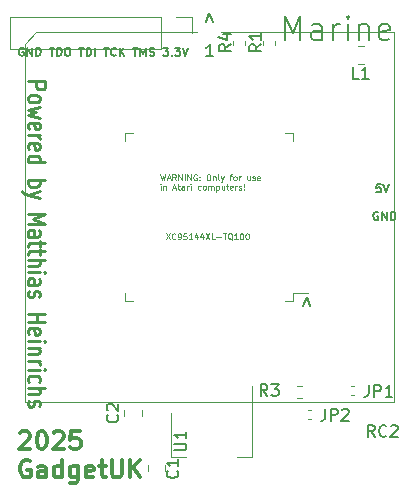
<source format=gbr>
%TF.GenerationSoftware,KiCad,Pcbnew,7.0.7*%
%TF.CreationDate,2025-08-27T15:09:01+01:00*%
%TF.ProjectId,Rosa,526f7361-2e6b-4696-9361-645f70636258,rev?*%
%TF.SameCoordinates,Original*%
%TF.FileFunction,Legend,Top*%
%TF.FilePolarity,Positive*%
%FSLAX46Y46*%
G04 Gerber Fmt 4.6, Leading zero omitted, Abs format (unit mm)*
G04 Created by KiCad (PCBNEW 7.0.7) date 2025-08-27 15:09:01*
%MOMM*%
%LPD*%
G01*
G04 APERTURE LIST*
%ADD10C,0.150000*%
%ADD11C,0.175000*%
%ADD12C,0.125000*%
%ADD13C,0.250000*%
%ADD14C,0.300000*%
%ADD15C,0.120000*%
G04 APERTURE END LIST*
D10*
X20304047Y-3486284D02*
X20018333Y-2724379D01*
X20018333Y-2724379D02*
X19732619Y-3486284D01*
D11*
X34524131Y-17213833D02*
X34190797Y-17213833D01*
X34190797Y-17213833D02*
X34157464Y-17547166D01*
X34157464Y-17547166D02*
X34190797Y-17513833D01*
X34190797Y-17513833D02*
X34257464Y-17480500D01*
X34257464Y-17480500D02*
X34424131Y-17480500D01*
X34424131Y-17480500D02*
X34490797Y-17513833D01*
X34490797Y-17513833D02*
X34524131Y-17547166D01*
X34524131Y-17547166D02*
X34557464Y-17613833D01*
X34557464Y-17613833D02*
X34557464Y-17780500D01*
X34557464Y-17780500D02*
X34524131Y-17847166D01*
X34524131Y-17847166D02*
X34490797Y-17880500D01*
X34490797Y-17880500D02*
X34424131Y-17913833D01*
X34424131Y-17913833D02*
X34257464Y-17913833D01*
X34257464Y-17913833D02*
X34190797Y-17880500D01*
X34190797Y-17880500D02*
X34157464Y-17847166D01*
X34757464Y-17213833D02*
X34990798Y-17913833D01*
X34990798Y-17913833D02*
X35224131Y-17213833D01*
D10*
X28554847Y-27511684D02*
X28269133Y-26749779D01*
X28269133Y-26749779D02*
X27983419Y-27511684D01*
D11*
X34303464Y-19583966D02*
X34236797Y-19550633D01*
X34236797Y-19550633D02*
X34136797Y-19550633D01*
X34136797Y-19550633D02*
X34036797Y-19583966D01*
X34036797Y-19583966D02*
X33970131Y-19650633D01*
X33970131Y-19650633D02*
X33936797Y-19717300D01*
X33936797Y-19717300D02*
X33903464Y-19850633D01*
X33903464Y-19850633D02*
X33903464Y-19950633D01*
X33903464Y-19950633D02*
X33936797Y-20083966D01*
X33936797Y-20083966D02*
X33970131Y-20150633D01*
X33970131Y-20150633D02*
X34036797Y-20217300D01*
X34036797Y-20217300D02*
X34136797Y-20250633D01*
X34136797Y-20250633D02*
X34203464Y-20250633D01*
X34203464Y-20250633D02*
X34303464Y-20217300D01*
X34303464Y-20217300D02*
X34336797Y-20183966D01*
X34336797Y-20183966D02*
X34336797Y-19950633D01*
X34336797Y-19950633D02*
X34203464Y-19950633D01*
X34636797Y-20250633D02*
X34636797Y-19550633D01*
X34636797Y-19550633D02*
X35036797Y-20250633D01*
X35036797Y-20250633D02*
X35036797Y-19550633D01*
X35370130Y-20250633D02*
X35370130Y-19550633D01*
X35370130Y-19550633D02*
X35536797Y-19550633D01*
X35536797Y-19550633D02*
X35636797Y-19583966D01*
X35636797Y-19583966D02*
X35703464Y-19650633D01*
X35703464Y-19650633D02*
X35736797Y-19717300D01*
X35736797Y-19717300D02*
X35770130Y-19850633D01*
X35770130Y-19850633D02*
X35770130Y-19950633D01*
X35770130Y-19950633D02*
X35736797Y-20083966D01*
X35736797Y-20083966D02*
X35703464Y-20150633D01*
X35703464Y-20150633D02*
X35636797Y-20217300D01*
X35636797Y-20217300D02*
X35536797Y-20250633D01*
X35536797Y-20250633D02*
X35370130Y-20250633D01*
D10*
X34004333Y-38631019D02*
X33671000Y-38154828D01*
X33432905Y-38631019D02*
X33432905Y-37631019D01*
X33432905Y-37631019D02*
X33813857Y-37631019D01*
X33813857Y-37631019D02*
X33909095Y-37678638D01*
X33909095Y-37678638D02*
X33956714Y-37726257D01*
X33956714Y-37726257D02*
X34004333Y-37821495D01*
X34004333Y-37821495D02*
X34004333Y-37964352D01*
X34004333Y-37964352D02*
X33956714Y-38059590D01*
X33956714Y-38059590D02*
X33909095Y-38107209D01*
X33909095Y-38107209D02*
X33813857Y-38154828D01*
X33813857Y-38154828D02*
X33432905Y-38154828D01*
X35004333Y-38535780D02*
X34956714Y-38583400D01*
X34956714Y-38583400D02*
X34813857Y-38631019D01*
X34813857Y-38631019D02*
X34718619Y-38631019D01*
X34718619Y-38631019D02*
X34575762Y-38583400D01*
X34575762Y-38583400D02*
X34480524Y-38488161D01*
X34480524Y-38488161D02*
X34432905Y-38392923D01*
X34432905Y-38392923D02*
X34385286Y-38202447D01*
X34385286Y-38202447D02*
X34385286Y-38059590D01*
X34385286Y-38059590D02*
X34432905Y-37869114D01*
X34432905Y-37869114D02*
X34480524Y-37773876D01*
X34480524Y-37773876D02*
X34575762Y-37678638D01*
X34575762Y-37678638D02*
X34718619Y-37631019D01*
X34718619Y-37631019D02*
X34813857Y-37631019D01*
X34813857Y-37631019D02*
X34956714Y-37678638D01*
X34956714Y-37678638D02*
X35004333Y-37726257D01*
X35385286Y-37726257D02*
X35432905Y-37678638D01*
X35432905Y-37678638D02*
X35528143Y-37631019D01*
X35528143Y-37631019D02*
X35766238Y-37631019D01*
X35766238Y-37631019D02*
X35861476Y-37678638D01*
X35861476Y-37678638D02*
X35909095Y-37726257D01*
X35909095Y-37726257D02*
X35956714Y-37821495D01*
X35956714Y-37821495D02*
X35956714Y-37916733D01*
X35956714Y-37916733D02*
X35909095Y-38059590D01*
X35909095Y-38059590D02*
X35337667Y-38631019D01*
X35337667Y-38631019D02*
X35956714Y-38631019D01*
D12*
X16338992Y-21377909D02*
X16672325Y-21877909D01*
X16672325Y-21377909D02*
X16338992Y-21877909D01*
X17148515Y-21830290D02*
X17124706Y-21854100D01*
X17124706Y-21854100D02*
X17053277Y-21877909D01*
X17053277Y-21877909D02*
X17005658Y-21877909D01*
X17005658Y-21877909D02*
X16934230Y-21854100D01*
X16934230Y-21854100D02*
X16886611Y-21806480D01*
X16886611Y-21806480D02*
X16862801Y-21758861D01*
X16862801Y-21758861D02*
X16838992Y-21663623D01*
X16838992Y-21663623D02*
X16838992Y-21592195D01*
X16838992Y-21592195D02*
X16862801Y-21496957D01*
X16862801Y-21496957D02*
X16886611Y-21449338D01*
X16886611Y-21449338D02*
X16934230Y-21401719D01*
X16934230Y-21401719D02*
X17005658Y-21377909D01*
X17005658Y-21377909D02*
X17053277Y-21377909D01*
X17053277Y-21377909D02*
X17124706Y-21401719D01*
X17124706Y-21401719D02*
X17148515Y-21425528D01*
X17386611Y-21877909D02*
X17481849Y-21877909D01*
X17481849Y-21877909D02*
X17529468Y-21854100D01*
X17529468Y-21854100D02*
X17553277Y-21830290D01*
X17553277Y-21830290D02*
X17600896Y-21758861D01*
X17600896Y-21758861D02*
X17624706Y-21663623D01*
X17624706Y-21663623D02*
X17624706Y-21473147D01*
X17624706Y-21473147D02*
X17600896Y-21425528D01*
X17600896Y-21425528D02*
X17577087Y-21401719D01*
X17577087Y-21401719D02*
X17529468Y-21377909D01*
X17529468Y-21377909D02*
X17434230Y-21377909D01*
X17434230Y-21377909D02*
X17386611Y-21401719D01*
X17386611Y-21401719D02*
X17362801Y-21425528D01*
X17362801Y-21425528D02*
X17338992Y-21473147D01*
X17338992Y-21473147D02*
X17338992Y-21592195D01*
X17338992Y-21592195D02*
X17362801Y-21639814D01*
X17362801Y-21639814D02*
X17386611Y-21663623D01*
X17386611Y-21663623D02*
X17434230Y-21687433D01*
X17434230Y-21687433D02*
X17529468Y-21687433D01*
X17529468Y-21687433D02*
X17577087Y-21663623D01*
X17577087Y-21663623D02*
X17600896Y-21639814D01*
X17600896Y-21639814D02*
X17624706Y-21592195D01*
X18077086Y-21377909D02*
X17838991Y-21377909D01*
X17838991Y-21377909D02*
X17815182Y-21616004D01*
X17815182Y-21616004D02*
X17838991Y-21592195D01*
X17838991Y-21592195D02*
X17886610Y-21568385D01*
X17886610Y-21568385D02*
X18005658Y-21568385D01*
X18005658Y-21568385D02*
X18053277Y-21592195D01*
X18053277Y-21592195D02*
X18077086Y-21616004D01*
X18077086Y-21616004D02*
X18100896Y-21663623D01*
X18100896Y-21663623D02*
X18100896Y-21782671D01*
X18100896Y-21782671D02*
X18077086Y-21830290D01*
X18077086Y-21830290D02*
X18053277Y-21854100D01*
X18053277Y-21854100D02*
X18005658Y-21877909D01*
X18005658Y-21877909D02*
X17886610Y-21877909D01*
X17886610Y-21877909D02*
X17838991Y-21854100D01*
X17838991Y-21854100D02*
X17815182Y-21830290D01*
X18577086Y-21877909D02*
X18291372Y-21877909D01*
X18434229Y-21877909D02*
X18434229Y-21377909D01*
X18434229Y-21377909D02*
X18386610Y-21449338D01*
X18386610Y-21449338D02*
X18338991Y-21496957D01*
X18338991Y-21496957D02*
X18291372Y-21520766D01*
X19005657Y-21544576D02*
X19005657Y-21877909D01*
X18886609Y-21354100D02*
X18767562Y-21711242D01*
X18767562Y-21711242D02*
X19077085Y-21711242D01*
X19481847Y-21544576D02*
X19481847Y-21877909D01*
X19362799Y-21354100D02*
X19243752Y-21711242D01*
X19243752Y-21711242D02*
X19553275Y-21711242D01*
X19696132Y-21377909D02*
X20029465Y-21877909D01*
X20029465Y-21377909D02*
X19696132Y-21877909D01*
X20458036Y-21877909D02*
X20219941Y-21877909D01*
X20219941Y-21877909D02*
X20219941Y-21377909D01*
X20624703Y-21687433D02*
X21005656Y-21687433D01*
X21172323Y-21377909D02*
X21458037Y-21377909D01*
X21315180Y-21877909D02*
X21315180Y-21377909D01*
X21958036Y-21925528D02*
X21910417Y-21901719D01*
X21910417Y-21901719D02*
X21862798Y-21854100D01*
X21862798Y-21854100D02*
X21791370Y-21782671D01*
X21791370Y-21782671D02*
X21743751Y-21758861D01*
X21743751Y-21758861D02*
X21696132Y-21758861D01*
X21719941Y-21877909D02*
X21672322Y-21854100D01*
X21672322Y-21854100D02*
X21624703Y-21806480D01*
X21624703Y-21806480D02*
X21600894Y-21711242D01*
X21600894Y-21711242D02*
X21600894Y-21544576D01*
X21600894Y-21544576D02*
X21624703Y-21449338D01*
X21624703Y-21449338D02*
X21672322Y-21401719D01*
X21672322Y-21401719D02*
X21719941Y-21377909D01*
X21719941Y-21377909D02*
X21815179Y-21377909D01*
X21815179Y-21377909D02*
X21862798Y-21401719D01*
X21862798Y-21401719D02*
X21910417Y-21449338D01*
X21910417Y-21449338D02*
X21934227Y-21544576D01*
X21934227Y-21544576D02*
X21934227Y-21711242D01*
X21934227Y-21711242D02*
X21910417Y-21806480D01*
X21910417Y-21806480D02*
X21862798Y-21854100D01*
X21862798Y-21854100D02*
X21815179Y-21877909D01*
X21815179Y-21877909D02*
X21719941Y-21877909D01*
X22410418Y-21877909D02*
X22124704Y-21877909D01*
X22267561Y-21877909D02*
X22267561Y-21377909D01*
X22267561Y-21377909D02*
X22219942Y-21449338D01*
X22219942Y-21449338D02*
X22172323Y-21496957D01*
X22172323Y-21496957D02*
X22124704Y-21520766D01*
X22719941Y-21377909D02*
X22767560Y-21377909D01*
X22767560Y-21377909D02*
X22815179Y-21401719D01*
X22815179Y-21401719D02*
X22838989Y-21425528D01*
X22838989Y-21425528D02*
X22862798Y-21473147D01*
X22862798Y-21473147D02*
X22886608Y-21568385D01*
X22886608Y-21568385D02*
X22886608Y-21687433D01*
X22886608Y-21687433D02*
X22862798Y-21782671D01*
X22862798Y-21782671D02*
X22838989Y-21830290D01*
X22838989Y-21830290D02*
X22815179Y-21854100D01*
X22815179Y-21854100D02*
X22767560Y-21877909D01*
X22767560Y-21877909D02*
X22719941Y-21877909D01*
X22719941Y-21877909D02*
X22672322Y-21854100D01*
X22672322Y-21854100D02*
X22648513Y-21830290D01*
X22648513Y-21830290D02*
X22624703Y-21782671D01*
X22624703Y-21782671D02*
X22600894Y-21687433D01*
X22600894Y-21687433D02*
X22600894Y-21568385D01*
X22600894Y-21568385D02*
X22624703Y-21473147D01*
X22624703Y-21473147D02*
X22648513Y-21425528D01*
X22648513Y-21425528D02*
X22672322Y-21401719D01*
X22672322Y-21401719D02*
X22719941Y-21377909D01*
X23196131Y-21377909D02*
X23243750Y-21377909D01*
X23243750Y-21377909D02*
X23291369Y-21401719D01*
X23291369Y-21401719D02*
X23315179Y-21425528D01*
X23315179Y-21425528D02*
X23338988Y-21473147D01*
X23338988Y-21473147D02*
X23362798Y-21568385D01*
X23362798Y-21568385D02*
X23362798Y-21687433D01*
X23362798Y-21687433D02*
X23338988Y-21782671D01*
X23338988Y-21782671D02*
X23315179Y-21830290D01*
X23315179Y-21830290D02*
X23291369Y-21854100D01*
X23291369Y-21854100D02*
X23243750Y-21877909D01*
X23243750Y-21877909D02*
X23196131Y-21877909D01*
X23196131Y-21877909D02*
X23148512Y-21854100D01*
X23148512Y-21854100D02*
X23124703Y-21830290D01*
X23124703Y-21830290D02*
X23100893Y-21782671D01*
X23100893Y-21782671D02*
X23077084Y-21687433D01*
X23077084Y-21687433D02*
X23077084Y-21568385D01*
X23077084Y-21568385D02*
X23100893Y-21473147D01*
X23100893Y-21473147D02*
X23124703Y-21425528D01*
X23124703Y-21425528D02*
X23148512Y-21401719D01*
X23148512Y-21401719D02*
X23196131Y-21377909D01*
D10*
X20330188Y-6385419D02*
X19758760Y-6385419D01*
X20044474Y-6385419D02*
X20044474Y-5385419D01*
X20044474Y-5385419D02*
X19949236Y-5528276D01*
X19949236Y-5528276D02*
X19853998Y-5623514D01*
X19853998Y-5623514D02*
X19758760Y-5671133D01*
D12*
X15850864Y-16381909D02*
X15969912Y-16881909D01*
X15969912Y-16881909D02*
X16065150Y-16524766D01*
X16065150Y-16524766D02*
X16160388Y-16881909D01*
X16160388Y-16881909D02*
X16279436Y-16381909D01*
X16446103Y-16739052D02*
X16684198Y-16739052D01*
X16398484Y-16881909D02*
X16565150Y-16381909D01*
X16565150Y-16381909D02*
X16731817Y-16881909D01*
X17184197Y-16881909D02*
X17017531Y-16643814D01*
X16898483Y-16881909D02*
X16898483Y-16381909D01*
X16898483Y-16381909D02*
X17088959Y-16381909D01*
X17088959Y-16381909D02*
X17136578Y-16405719D01*
X17136578Y-16405719D02*
X17160388Y-16429528D01*
X17160388Y-16429528D02*
X17184197Y-16477147D01*
X17184197Y-16477147D02*
X17184197Y-16548576D01*
X17184197Y-16548576D02*
X17160388Y-16596195D01*
X17160388Y-16596195D02*
X17136578Y-16620004D01*
X17136578Y-16620004D02*
X17088959Y-16643814D01*
X17088959Y-16643814D02*
X16898483Y-16643814D01*
X17398483Y-16881909D02*
X17398483Y-16381909D01*
X17398483Y-16381909D02*
X17684197Y-16881909D01*
X17684197Y-16881909D02*
X17684197Y-16381909D01*
X17922293Y-16881909D02*
X17922293Y-16381909D01*
X18160388Y-16881909D02*
X18160388Y-16381909D01*
X18160388Y-16381909D02*
X18446102Y-16881909D01*
X18446102Y-16881909D02*
X18446102Y-16381909D01*
X18946103Y-16405719D02*
X18898484Y-16381909D01*
X18898484Y-16381909D02*
X18827055Y-16381909D01*
X18827055Y-16381909D02*
X18755627Y-16405719D01*
X18755627Y-16405719D02*
X18708008Y-16453338D01*
X18708008Y-16453338D02*
X18684198Y-16500957D01*
X18684198Y-16500957D02*
X18660389Y-16596195D01*
X18660389Y-16596195D02*
X18660389Y-16667623D01*
X18660389Y-16667623D02*
X18684198Y-16762861D01*
X18684198Y-16762861D02*
X18708008Y-16810480D01*
X18708008Y-16810480D02*
X18755627Y-16858100D01*
X18755627Y-16858100D02*
X18827055Y-16881909D01*
X18827055Y-16881909D02*
X18874674Y-16881909D01*
X18874674Y-16881909D02*
X18946103Y-16858100D01*
X18946103Y-16858100D02*
X18969912Y-16834290D01*
X18969912Y-16834290D02*
X18969912Y-16667623D01*
X18969912Y-16667623D02*
X18874674Y-16667623D01*
X19184198Y-16834290D02*
X19208008Y-16858100D01*
X19208008Y-16858100D02*
X19184198Y-16881909D01*
X19184198Y-16881909D02*
X19160389Y-16858100D01*
X19160389Y-16858100D02*
X19184198Y-16834290D01*
X19184198Y-16834290D02*
X19184198Y-16881909D01*
X19184198Y-16572385D02*
X19208008Y-16596195D01*
X19208008Y-16596195D02*
X19184198Y-16620004D01*
X19184198Y-16620004D02*
X19160389Y-16596195D01*
X19160389Y-16596195D02*
X19184198Y-16572385D01*
X19184198Y-16572385D02*
X19184198Y-16620004D01*
X19898483Y-16381909D02*
X19993721Y-16381909D01*
X19993721Y-16381909D02*
X20041340Y-16405719D01*
X20041340Y-16405719D02*
X20088959Y-16453338D01*
X20088959Y-16453338D02*
X20112769Y-16548576D01*
X20112769Y-16548576D02*
X20112769Y-16715242D01*
X20112769Y-16715242D02*
X20088959Y-16810480D01*
X20088959Y-16810480D02*
X20041340Y-16858100D01*
X20041340Y-16858100D02*
X19993721Y-16881909D01*
X19993721Y-16881909D02*
X19898483Y-16881909D01*
X19898483Y-16881909D02*
X19850864Y-16858100D01*
X19850864Y-16858100D02*
X19803245Y-16810480D01*
X19803245Y-16810480D02*
X19779436Y-16715242D01*
X19779436Y-16715242D02*
X19779436Y-16548576D01*
X19779436Y-16548576D02*
X19803245Y-16453338D01*
X19803245Y-16453338D02*
X19850864Y-16405719D01*
X19850864Y-16405719D02*
X19898483Y-16381909D01*
X20327055Y-16548576D02*
X20327055Y-16881909D01*
X20327055Y-16596195D02*
X20350865Y-16572385D01*
X20350865Y-16572385D02*
X20398484Y-16548576D01*
X20398484Y-16548576D02*
X20469912Y-16548576D01*
X20469912Y-16548576D02*
X20517531Y-16572385D01*
X20517531Y-16572385D02*
X20541341Y-16620004D01*
X20541341Y-16620004D02*
X20541341Y-16881909D01*
X20850865Y-16881909D02*
X20803246Y-16858100D01*
X20803246Y-16858100D02*
X20779436Y-16810480D01*
X20779436Y-16810480D02*
X20779436Y-16381909D01*
X20993722Y-16548576D02*
X21112770Y-16881909D01*
X21231817Y-16548576D02*
X21112770Y-16881909D01*
X21112770Y-16881909D02*
X21065151Y-17000957D01*
X21065151Y-17000957D02*
X21041341Y-17024766D01*
X21041341Y-17024766D02*
X20993722Y-17048576D01*
X21731817Y-16548576D02*
X21922293Y-16548576D01*
X21803245Y-16881909D02*
X21803245Y-16453338D01*
X21803245Y-16453338D02*
X21827055Y-16405719D01*
X21827055Y-16405719D02*
X21874674Y-16381909D01*
X21874674Y-16381909D02*
X21922293Y-16381909D01*
X22160388Y-16881909D02*
X22112769Y-16858100D01*
X22112769Y-16858100D02*
X22088959Y-16834290D01*
X22088959Y-16834290D02*
X22065150Y-16786671D01*
X22065150Y-16786671D02*
X22065150Y-16643814D01*
X22065150Y-16643814D02*
X22088959Y-16596195D01*
X22088959Y-16596195D02*
X22112769Y-16572385D01*
X22112769Y-16572385D02*
X22160388Y-16548576D01*
X22160388Y-16548576D02*
X22231816Y-16548576D01*
X22231816Y-16548576D02*
X22279435Y-16572385D01*
X22279435Y-16572385D02*
X22303245Y-16596195D01*
X22303245Y-16596195D02*
X22327054Y-16643814D01*
X22327054Y-16643814D02*
X22327054Y-16786671D01*
X22327054Y-16786671D02*
X22303245Y-16834290D01*
X22303245Y-16834290D02*
X22279435Y-16858100D01*
X22279435Y-16858100D02*
X22231816Y-16881909D01*
X22231816Y-16881909D02*
X22160388Y-16881909D01*
X22541340Y-16881909D02*
X22541340Y-16548576D01*
X22541340Y-16643814D02*
X22565150Y-16596195D01*
X22565150Y-16596195D02*
X22588959Y-16572385D01*
X22588959Y-16572385D02*
X22636578Y-16548576D01*
X22636578Y-16548576D02*
X22684197Y-16548576D01*
X23446102Y-16548576D02*
X23446102Y-16881909D01*
X23231816Y-16548576D02*
X23231816Y-16810480D01*
X23231816Y-16810480D02*
X23255626Y-16858100D01*
X23255626Y-16858100D02*
X23303245Y-16881909D01*
X23303245Y-16881909D02*
X23374673Y-16881909D01*
X23374673Y-16881909D02*
X23422292Y-16858100D01*
X23422292Y-16858100D02*
X23446102Y-16834290D01*
X23660388Y-16858100D02*
X23708007Y-16881909D01*
X23708007Y-16881909D02*
X23803245Y-16881909D01*
X23803245Y-16881909D02*
X23850864Y-16858100D01*
X23850864Y-16858100D02*
X23874673Y-16810480D01*
X23874673Y-16810480D02*
X23874673Y-16786671D01*
X23874673Y-16786671D02*
X23850864Y-16739052D01*
X23850864Y-16739052D02*
X23803245Y-16715242D01*
X23803245Y-16715242D02*
X23731816Y-16715242D01*
X23731816Y-16715242D02*
X23684197Y-16691433D01*
X23684197Y-16691433D02*
X23660388Y-16643814D01*
X23660388Y-16643814D02*
X23660388Y-16620004D01*
X23660388Y-16620004D02*
X23684197Y-16572385D01*
X23684197Y-16572385D02*
X23731816Y-16548576D01*
X23731816Y-16548576D02*
X23803245Y-16548576D01*
X23803245Y-16548576D02*
X23850864Y-16572385D01*
X24279435Y-16858100D02*
X24231816Y-16881909D01*
X24231816Y-16881909D02*
X24136578Y-16881909D01*
X24136578Y-16881909D02*
X24088959Y-16858100D01*
X24088959Y-16858100D02*
X24065150Y-16810480D01*
X24065150Y-16810480D02*
X24065150Y-16620004D01*
X24065150Y-16620004D02*
X24088959Y-16572385D01*
X24088959Y-16572385D02*
X24136578Y-16548576D01*
X24136578Y-16548576D02*
X24231816Y-16548576D01*
X24231816Y-16548576D02*
X24279435Y-16572385D01*
X24279435Y-16572385D02*
X24303245Y-16620004D01*
X24303245Y-16620004D02*
X24303245Y-16667623D01*
X24303245Y-16667623D02*
X24065150Y-16715242D01*
X15898483Y-17686909D02*
X15898483Y-17353576D01*
X15898483Y-17186909D02*
X15874674Y-17210719D01*
X15874674Y-17210719D02*
X15898483Y-17234528D01*
X15898483Y-17234528D02*
X15922293Y-17210719D01*
X15922293Y-17210719D02*
X15898483Y-17186909D01*
X15898483Y-17186909D02*
X15898483Y-17234528D01*
X16136578Y-17353576D02*
X16136578Y-17686909D01*
X16136578Y-17401195D02*
X16160388Y-17377385D01*
X16160388Y-17377385D02*
X16208007Y-17353576D01*
X16208007Y-17353576D02*
X16279435Y-17353576D01*
X16279435Y-17353576D02*
X16327054Y-17377385D01*
X16327054Y-17377385D02*
X16350864Y-17425004D01*
X16350864Y-17425004D02*
X16350864Y-17686909D01*
X16946102Y-17544052D02*
X17184197Y-17544052D01*
X16898483Y-17686909D02*
X17065149Y-17186909D01*
X17065149Y-17186909D02*
X17231816Y-17686909D01*
X17327054Y-17353576D02*
X17517530Y-17353576D01*
X17398482Y-17186909D02*
X17398482Y-17615480D01*
X17398482Y-17615480D02*
X17422292Y-17663100D01*
X17422292Y-17663100D02*
X17469911Y-17686909D01*
X17469911Y-17686909D02*
X17517530Y-17686909D01*
X17898482Y-17686909D02*
X17898482Y-17425004D01*
X17898482Y-17425004D02*
X17874672Y-17377385D01*
X17874672Y-17377385D02*
X17827053Y-17353576D01*
X17827053Y-17353576D02*
X17731815Y-17353576D01*
X17731815Y-17353576D02*
X17684196Y-17377385D01*
X17898482Y-17663100D02*
X17850863Y-17686909D01*
X17850863Y-17686909D02*
X17731815Y-17686909D01*
X17731815Y-17686909D02*
X17684196Y-17663100D01*
X17684196Y-17663100D02*
X17660387Y-17615480D01*
X17660387Y-17615480D02*
X17660387Y-17567861D01*
X17660387Y-17567861D02*
X17684196Y-17520242D01*
X17684196Y-17520242D02*
X17731815Y-17496433D01*
X17731815Y-17496433D02*
X17850863Y-17496433D01*
X17850863Y-17496433D02*
X17898482Y-17472623D01*
X18136577Y-17686909D02*
X18136577Y-17353576D01*
X18136577Y-17448814D02*
X18160387Y-17401195D01*
X18160387Y-17401195D02*
X18184196Y-17377385D01*
X18184196Y-17377385D02*
X18231815Y-17353576D01*
X18231815Y-17353576D02*
X18279434Y-17353576D01*
X18446101Y-17686909D02*
X18446101Y-17353576D01*
X18446101Y-17186909D02*
X18422292Y-17210719D01*
X18422292Y-17210719D02*
X18446101Y-17234528D01*
X18446101Y-17234528D02*
X18469911Y-17210719D01*
X18469911Y-17210719D02*
X18446101Y-17186909D01*
X18446101Y-17186909D02*
X18446101Y-17234528D01*
X19279434Y-17663100D02*
X19231815Y-17686909D01*
X19231815Y-17686909D02*
X19136577Y-17686909D01*
X19136577Y-17686909D02*
X19088958Y-17663100D01*
X19088958Y-17663100D02*
X19065148Y-17639290D01*
X19065148Y-17639290D02*
X19041339Y-17591671D01*
X19041339Y-17591671D02*
X19041339Y-17448814D01*
X19041339Y-17448814D02*
X19065148Y-17401195D01*
X19065148Y-17401195D02*
X19088958Y-17377385D01*
X19088958Y-17377385D02*
X19136577Y-17353576D01*
X19136577Y-17353576D02*
X19231815Y-17353576D01*
X19231815Y-17353576D02*
X19279434Y-17377385D01*
X19565148Y-17686909D02*
X19517529Y-17663100D01*
X19517529Y-17663100D02*
X19493719Y-17639290D01*
X19493719Y-17639290D02*
X19469910Y-17591671D01*
X19469910Y-17591671D02*
X19469910Y-17448814D01*
X19469910Y-17448814D02*
X19493719Y-17401195D01*
X19493719Y-17401195D02*
X19517529Y-17377385D01*
X19517529Y-17377385D02*
X19565148Y-17353576D01*
X19565148Y-17353576D02*
X19636576Y-17353576D01*
X19636576Y-17353576D02*
X19684195Y-17377385D01*
X19684195Y-17377385D02*
X19708005Y-17401195D01*
X19708005Y-17401195D02*
X19731814Y-17448814D01*
X19731814Y-17448814D02*
X19731814Y-17591671D01*
X19731814Y-17591671D02*
X19708005Y-17639290D01*
X19708005Y-17639290D02*
X19684195Y-17663100D01*
X19684195Y-17663100D02*
X19636576Y-17686909D01*
X19636576Y-17686909D02*
X19565148Y-17686909D01*
X19946100Y-17686909D02*
X19946100Y-17353576D01*
X19946100Y-17401195D02*
X19969910Y-17377385D01*
X19969910Y-17377385D02*
X20017529Y-17353576D01*
X20017529Y-17353576D02*
X20088957Y-17353576D01*
X20088957Y-17353576D02*
X20136576Y-17377385D01*
X20136576Y-17377385D02*
X20160386Y-17425004D01*
X20160386Y-17425004D02*
X20160386Y-17686909D01*
X20160386Y-17425004D02*
X20184195Y-17377385D01*
X20184195Y-17377385D02*
X20231814Y-17353576D01*
X20231814Y-17353576D02*
X20303243Y-17353576D01*
X20303243Y-17353576D02*
X20350862Y-17377385D01*
X20350862Y-17377385D02*
X20374672Y-17425004D01*
X20374672Y-17425004D02*
X20374672Y-17686909D01*
X20612767Y-17353576D02*
X20612767Y-17853576D01*
X20612767Y-17377385D02*
X20660386Y-17353576D01*
X20660386Y-17353576D02*
X20755624Y-17353576D01*
X20755624Y-17353576D02*
X20803243Y-17377385D01*
X20803243Y-17377385D02*
X20827053Y-17401195D01*
X20827053Y-17401195D02*
X20850862Y-17448814D01*
X20850862Y-17448814D02*
X20850862Y-17591671D01*
X20850862Y-17591671D02*
X20827053Y-17639290D01*
X20827053Y-17639290D02*
X20803243Y-17663100D01*
X20803243Y-17663100D02*
X20755624Y-17686909D01*
X20755624Y-17686909D02*
X20660386Y-17686909D01*
X20660386Y-17686909D02*
X20612767Y-17663100D01*
X21279434Y-17353576D02*
X21279434Y-17686909D01*
X21065148Y-17353576D02*
X21065148Y-17615480D01*
X21065148Y-17615480D02*
X21088958Y-17663100D01*
X21088958Y-17663100D02*
X21136577Y-17686909D01*
X21136577Y-17686909D02*
X21208005Y-17686909D01*
X21208005Y-17686909D02*
X21255624Y-17663100D01*
X21255624Y-17663100D02*
X21279434Y-17639290D01*
X21446101Y-17353576D02*
X21636577Y-17353576D01*
X21517529Y-17186909D02*
X21517529Y-17615480D01*
X21517529Y-17615480D02*
X21541339Y-17663100D01*
X21541339Y-17663100D02*
X21588958Y-17686909D01*
X21588958Y-17686909D02*
X21636577Y-17686909D01*
X21993719Y-17663100D02*
X21946100Y-17686909D01*
X21946100Y-17686909D02*
X21850862Y-17686909D01*
X21850862Y-17686909D02*
X21803243Y-17663100D01*
X21803243Y-17663100D02*
X21779434Y-17615480D01*
X21779434Y-17615480D02*
X21779434Y-17425004D01*
X21779434Y-17425004D02*
X21803243Y-17377385D01*
X21803243Y-17377385D02*
X21850862Y-17353576D01*
X21850862Y-17353576D02*
X21946100Y-17353576D01*
X21946100Y-17353576D02*
X21993719Y-17377385D01*
X21993719Y-17377385D02*
X22017529Y-17425004D01*
X22017529Y-17425004D02*
X22017529Y-17472623D01*
X22017529Y-17472623D02*
X21779434Y-17520242D01*
X22231814Y-17686909D02*
X22231814Y-17353576D01*
X22231814Y-17448814D02*
X22255624Y-17401195D01*
X22255624Y-17401195D02*
X22279433Y-17377385D01*
X22279433Y-17377385D02*
X22327052Y-17353576D01*
X22327052Y-17353576D02*
X22374671Y-17353576D01*
X22517529Y-17663100D02*
X22565148Y-17686909D01*
X22565148Y-17686909D02*
X22660386Y-17686909D01*
X22660386Y-17686909D02*
X22708005Y-17663100D01*
X22708005Y-17663100D02*
X22731814Y-17615480D01*
X22731814Y-17615480D02*
X22731814Y-17591671D01*
X22731814Y-17591671D02*
X22708005Y-17544052D01*
X22708005Y-17544052D02*
X22660386Y-17520242D01*
X22660386Y-17520242D02*
X22588957Y-17520242D01*
X22588957Y-17520242D02*
X22541338Y-17496433D01*
X22541338Y-17496433D02*
X22517529Y-17448814D01*
X22517529Y-17448814D02*
X22517529Y-17425004D01*
X22517529Y-17425004D02*
X22541338Y-17377385D01*
X22541338Y-17377385D02*
X22588957Y-17353576D01*
X22588957Y-17353576D02*
X22660386Y-17353576D01*
X22660386Y-17353576D02*
X22708005Y-17377385D01*
X22946100Y-17639290D02*
X22969910Y-17663100D01*
X22969910Y-17663100D02*
X22946100Y-17686909D01*
X22946100Y-17686909D02*
X22922291Y-17663100D01*
X22922291Y-17663100D02*
X22946100Y-17639290D01*
X22946100Y-17639290D02*
X22946100Y-17686909D01*
X22946100Y-17496433D02*
X22922291Y-17210719D01*
X22922291Y-17210719D02*
X22946100Y-17186909D01*
X22946100Y-17186909D02*
X22969910Y-17210719D01*
X22969910Y-17210719D02*
X22946100Y-17496433D01*
X22946100Y-17496433D02*
X22946100Y-17186909D01*
D10*
X4289617Y-5691466D02*
X4222950Y-5658133D01*
X4222950Y-5658133D02*
X4122950Y-5658133D01*
X4122950Y-5658133D02*
X4022950Y-5691466D01*
X4022950Y-5691466D02*
X3956284Y-5758133D01*
X3956284Y-5758133D02*
X3922950Y-5824800D01*
X3922950Y-5824800D02*
X3889617Y-5958133D01*
X3889617Y-5958133D02*
X3889617Y-6058133D01*
X3889617Y-6058133D02*
X3922950Y-6191466D01*
X3922950Y-6191466D02*
X3956284Y-6258133D01*
X3956284Y-6258133D02*
X4022950Y-6324800D01*
X4022950Y-6324800D02*
X4122950Y-6358133D01*
X4122950Y-6358133D02*
X4189617Y-6358133D01*
X4189617Y-6358133D02*
X4289617Y-6324800D01*
X4289617Y-6324800D02*
X4322950Y-6291466D01*
X4322950Y-6291466D02*
X4322950Y-6058133D01*
X4322950Y-6058133D02*
X4189617Y-6058133D01*
X4622950Y-6358133D02*
X4622950Y-5658133D01*
X4622950Y-5658133D02*
X5022950Y-6358133D01*
X5022950Y-6358133D02*
X5022950Y-5658133D01*
X5356283Y-6358133D02*
X5356283Y-5658133D01*
X5356283Y-5658133D02*
X5522950Y-5658133D01*
X5522950Y-5658133D02*
X5622950Y-5691466D01*
X5622950Y-5691466D02*
X5689617Y-5758133D01*
X5689617Y-5758133D02*
X5722950Y-5824800D01*
X5722950Y-5824800D02*
X5756283Y-5958133D01*
X5756283Y-5958133D02*
X5756283Y-6058133D01*
X5756283Y-6058133D02*
X5722950Y-6191466D01*
X5722950Y-6191466D02*
X5689617Y-6258133D01*
X5689617Y-6258133D02*
X5622950Y-6324800D01*
X5622950Y-6324800D02*
X5522950Y-6358133D01*
X5522950Y-6358133D02*
X5356283Y-6358133D01*
X6489616Y-5658133D02*
X6889616Y-5658133D01*
X6689616Y-6358133D02*
X6689616Y-5658133D01*
X7122949Y-6358133D02*
X7122949Y-5658133D01*
X7122949Y-5658133D02*
X7289616Y-5658133D01*
X7289616Y-5658133D02*
X7389616Y-5691466D01*
X7389616Y-5691466D02*
X7456283Y-5758133D01*
X7456283Y-5758133D02*
X7489616Y-5824800D01*
X7489616Y-5824800D02*
X7522949Y-5958133D01*
X7522949Y-5958133D02*
X7522949Y-6058133D01*
X7522949Y-6058133D02*
X7489616Y-6191466D01*
X7489616Y-6191466D02*
X7456283Y-6258133D01*
X7456283Y-6258133D02*
X7389616Y-6324800D01*
X7389616Y-6324800D02*
X7289616Y-6358133D01*
X7289616Y-6358133D02*
X7122949Y-6358133D01*
X7956283Y-5658133D02*
X8089616Y-5658133D01*
X8089616Y-5658133D02*
X8156283Y-5691466D01*
X8156283Y-5691466D02*
X8222949Y-5758133D01*
X8222949Y-5758133D02*
X8256283Y-5891466D01*
X8256283Y-5891466D02*
X8256283Y-6124800D01*
X8256283Y-6124800D02*
X8222949Y-6258133D01*
X8222949Y-6258133D02*
X8156283Y-6324800D01*
X8156283Y-6324800D02*
X8089616Y-6358133D01*
X8089616Y-6358133D02*
X7956283Y-6358133D01*
X7956283Y-6358133D02*
X7889616Y-6324800D01*
X7889616Y-6324800D02*
X7822949Y-6258133D01*
X7822949Y-6258133D02*
X7789616Y-6124800D01*
X7789616Y-6124800D02*
X7789616Y-5891466D01*
X7789616Y-5891466D02*
X7822949Y-5758133D01*
X7822949Y-5758133D02*
X7889616Y-5691466D01*
X7889616Y-5691466D02*
X7956283Y-5658133D01*
X8989615Y-5658133D02*
X9389615Y-5658133D01*
X9189615Y-6358133D02*
X9189615Y-5658133D01*
X9622948Y-6358133D02*
X9622948Y-5658133D01*
X9622948Y-5658133D02*
X9789615Y-5658133D01*
X9789615Y-5658133D02*
X9889615Y-5691466D01*
X9889615Y-5691466D02*
X9956282Y-5758133D01*
X9956282Y-5758133D02*
X9989615Y-5824800D01*
X9989615Y-5824800D02*
X10022948Y-5958133D01*
X10022948Y-5958133D02*
X10022948Y-6058133D01*
X10022948Y-6058133D02*
X9989615Y-6191466D01*
X9989615Y-6191466D02*
X9956282Y-6258133D01*
X9956282Y-6258133D02*
X9889615Y-6324800D01*
X9889615Y-6324800D02*
X9789615Y-6358133D01*
X9789615Y-6358133D02*
X9622948Y-6358133D01*
X10322948Y-6358133D02*
X10322948Y-5658133D01*
X11089614Y-5658133D02*
X11489614Y-5658133D01*
X11289614Y-6358133D02*
X11289614Y-5658133D01*
X12122947Y-6291466D02*
X12089614Y-6324800D01*
X12089614Y-6324800D02*
X11989614Y-6358133D01*
X11989614Y-6358133D02*
X11922947Y-6358133D01*
X11922947Y-6358133D02*
X11822947Y-6324800D01*
X11822947Y-6324800D02*
X11756281Y-6258133D01*
X11756281Y-6258133D02*
X11722947Y-6191466D01*
X11722947Y-6191466D02*
X11689614Y-6058133D01*
X11689614Y-6058133D02*
X11689614Y-5958133D01*
X11689614Y-5958133D02*
X11722947Y-5824800D01*
X11722947Y-5824800D02*
X11756281Y-5758133D01*
X11756281Y-5758133D02*
X11822947Y-5691466D01*
X11822947Y-5691466D02*
X11922947Y-5658133D01*
X11922947Y-5658133D02*
X11989614Y-5658133D01*
X11989614Y-5658133D02*
X12089614Y-5691466D01*
X12089614Y-5691466D02*
X12122947Y-5724800D01*
X12422947Y-6358133D02*
X12422947Y-5658133D01*
X12822947Y-6358133D02*
X12522947Y-5958133D01*
X12822947Y-5658133D02*
X12422947Y-6058133D01*
X13556280Y-5658133D02*
X13956280Y-5658133D01*
X13756280Y-6358133D02*
X13756280Y-5658133D01*
X14189613Y-6358133D02*
X14189613Y-5658133D01*
X14189613Y-5658133D02*
X14422947Y-6158133D01*
X14422947Y-6158133D02*
X14656280Y-5658133D01*
X14656280Y-5658133D02*
X14656280Y-6358133D01*
X14956280Y-6324800D02*
X15056280Y-6358133D01*
X15056280Y-6358133D02*
X15222947Y-6358133D01*
X15222947Y-6358133D02*
X15289613Y-6324800D01*
X15289613Y-6324800D02*
X15322947Y-6291466D01*
X15322947Y-6291466D02*
X15356280Y-6224800D01*
X15356280Y-6224800D02*
X15356280Y-6158133D01*
X15356280Y-6158133D02*
X15322947Y-6091466D01*
X15322947Y-6091466D02*
X15289613Y-6058133D01*
X15289613Y-6058133D02*
X15222947Y-6024800D01*
X15222947Y-6024800D02*
X15089613Y-5991466D01*
X15089613Y-5991466D02*
X15022947Y-5958133D01*
X15022947Y-5958133D02*
X14989613Y-5924800D01*
X14989613Y-5924800D02*
X14956280Y-5858133D01*
X14956280Y-5858133D02*
X14956280Y-5791466D01*
X14956280Y-5791466D02*
X14989613Y-5724800D01*
X14989613Y-5724800D02*
X15022947Y-5691466D01*
X15022947Y-5691466D02*
X15089613Y-5658133D01*
X15089613Y-5658133D02*
X15256280Y-5658133D01*
X15256280Y-5658133D02*
X15356280Y-5691466D01*
X16122947Y-5658133D02*
X16556280Y-5658133D01*
X16556280Y-5658133D02*
X16322947Y-5924800D01*
X16322947Y-5924800D02*
X16422947Y-5924800D01*
X16422947Y-5924800D02*
X16489613Y-5958133D01*
X16489613Y-5958133D02*
X16522947Y-5991466D01*
X16522947Y-5991466D02*
X16556280Y-6058133D01*
X16556280Y-6058133D02*
X16556280Y-6224800D01*
X16556280Y-6224800D02*
X16522947Y-6291466D01*
X16522947Y-6291466D02*
X16489613Y-6324800D01*
X16489613Y-6324800D02*
X16422947Y-6358133D01*
X16422947Y-6358133D02*
X16222947Y-6358133D01*
X16222947Y-6358133D02*
X16156280Y-6324800D01*
X16156280Y-6324800D02*
X16122947Y-6291466D01*
X16856280Y-6291466D02*
X16889614Y-6324800D01*
X16889614Y-6324800D02*
X16856280Y-6358133D01*
X16856280Y-6358133D02*
X16822947Y-6324800D01*
X16822947Y-6324800D02*
X16856280Y-6291466D01*
X16856280Y-6291466D02*
X16856280Y-6358133D01*
X17122947Y-5658133D02*
X17556280Y-5658133D01*
X17556280Y-5658133D02*
X17322947Y-5924800D01*
X17322947Y-5924800D02*
X17422947Y-5924800D01*
X17422947Y-5924800D02*
X17489613Y-5958133D01*
X17489613Y-5958133D02*
X17522947Y-5991466D01*
X17522947Y-5991466D02*
X17556280Y-6058133D01*
X17556280Y-6058133D02*
X17556280Y-6224800D01*
X17556280Y-6224800D02*
X17522947Y-6291466D01*
X17522947Y-6291466D02*
X17489613Y-6324800D01*
X17489613Y-6324800D02*
X17422947Y-6358133D01*
X17422947Y-6358133D02*
X17222947Y-6358133D01*
X17222947Y-6358133D02*
X17156280Y-6324800D01*
X17156280Y-6324800D02*
X17122947Y-6291466D01*
X17756280Y-5658133D02*
X17989614Y-6358133D01*
X17989614Y-6358133D02*
X18222947Y-5658133D01*
D13*
X4641571Y-8513099D02*
X6141571Y-8513099D01*
X6141571Y-8513099D02*
X6141571Y-8970242D01*
X6141571Y-8970242D02*
X6070142Y-9084527D01*
X6070142Y-9084527D02*
X5998714Y-9141670D01*
X5998714Y-9141670D02*
X5855857Y-9198813D01*
X5855857Y-9198813D02*
X5641571Y-9198813D01*
X5641571Y-9198813D02*
X5498714Y-9141670D01*
X5498714Y-9141670D02*
X5427285Y-9084527D01*
X5427285Y-9084527D02*
X5355857Y-8970242D01*
X5355857Y-8970242D02*
X5355857Y-8513099D01*
X4641571Y-9884527D02*
X4713000Y-9770242D01*
X4713000Y-9770242D02*
X4784428Y-9713099D01*
X4784428Y-9713099D02*
X4927285Y-9655956D01*
X4927285Y-9655956D02*
X5355857Y-9655956D01*
X5355857Y-9655956D02*
X5498714Y-9713099D01*
X5498714Y-9713099D02*
X5570142Y-9770242D01*
X5570142Y-9770242D02*
X5641571Y-9884527D01*
X5641571Y-9884527D02*
X5641571Y-10055956D01*
X5641571Y-10055956D02*
X5570142Y-10170242D01*
X5570142Y-10170242D02*
X5498714Y-10227385D01*
X5498714Y-10227385D02*
X5355857Y-10284527D01*
X5355857Y-10284527D02*
X4927285Y-10284527D01*
X4927285Y-10284527D02*
X4784428Y-10227385D01*
X4784428Y-10227385D02*
X4713000Y-10170242D01*
X4713000Y-10170242D02*
X4641571Y-10055956D01*
X4641571Y-10055956D02*
X4641571Y-9884527D01*
X5641571Y-10684527D02*
X4641571Y-10913099D01*
X4641571Y-10913099D02*
X5355857Y-11141670D01*
X5355857Y-11141670D02*
X4641571Y-11370241D01*
X4641571Y-11370241D02*
X5641571Y-11598813D01*
X4713000Y-12513099D02*
X4641571Y-12398813D01*
X4641571Y-12398813D02*
X4641571Y-12170242D01*
X4641571Y-12170242D02*
X4713000Y-12055956D01*
X4713000Y-12055956D02*
X4855857Y-11998813D01*
X4855857Y-11998813D02*
X5427285Y-11998813D01*
X5427285Y-11998813D02*
X5570142Y-12055956D01*
X5570142Y-12055956D02*
X5641571Y-12170242D01*
X5641571Y-12170242D02*
X5641571Y-12398813D01*
X5641571Y-12398813D02*
X5570142Y-12513099D01*
X5570142Y-12513099D02*
X5427285Y-12570242D01*
X5427285Y-12570242D02*
X5284428Y-12570242D01*
X5284428Y-12570242D02*
X5141571Y-11998813D01*
X4641571Y-13084527D02*
X5641571Y-13084527D01*
X5355857Y-13084527D02*
X5498714Y-13141670D01*
X5498714Y-13141670D02*
X5570142Y-13198813D01*
X5570142Y-13198813D02*
X5641571Y-13313098D01*
X5641571Y-13313098D02*
X5641571Y-13427384D01*
X4713000Y-14284527D02*
X4641571Y-14170241D01*
X4641571Y-14170241D02*
X4641571Y-13941670D01*
X4641571Y-13941670D02*
X4713000Y-13827384D01*
X4713000Y-13827384D02*
X4855857Y-13770241D01*
X4855857Y-13770241D02*
X5427285Y-13770241D01*
X5427285Y-13770241D02*
X5570142Y-13827384D01*
X5570142Y-13827384D02*
X5641571Y-13941670D01*
X5641571Y-13941670D02*
X5641571Y-14170241D01*
X5641571Y-14170241D02*
X5570142Y-14284527D01*
X5570142Y-14284527D02*
X5427285Y-14341670D01*
X5427285Y-14341670D02*
X5284428Y-14341670D01*
X5284428Y-14341670D02*
X5141571Y-13770241D01*
X4641571Y-15370241D02*
X6141571Y-15370241D01*
X4713000Y-15370241D02*
X4641571Y-15255955D01*
X4641571Y-15255955D02*
X4641571Y-15027383D01*
X4641571Y-15027383D02*
X4713000Y-14913098D01*
X4713000Y-14913098D02*
X4784428Y-14855955D01*
X4784428Y-14855955D02*
X4927285Y-14798812D01*
X4927285Y-14798812D02*
X5355857Y-14798812D01*
X5355857Y-14798812D02*
X5498714Y-14855955D01*
X5498714Y-14855955D02*
X5570142Y-14913098D01*
X5570142Y-14913098D02*
X5641571Y-15027383D01*
X5641571Y-15027383D02*
X5641571Y-15255955D01*
X5641571Y-15255955D02*
X5570142Y-15370241D01*
X4641571Y-16855955D02*
X6141571Y-16855955D01*
X5570142Y-16855955D02*
X5641571Y-16970241D01*
X5641571Y-16970241D02*
X5641571Y-17198812D01*
X5641571Y-17198812D02*
X5570142Y-17313098D01*
X5570142Y-17313098D02*
X5498714Y-17370241D01*
X5498714Y-17370241D02*
X5355857Y-17427383D01*
X5355857Y-17427383D02*
X4927285Y-17427383D01*
X4927285Y-17427383D02*
X4784428Y-17370241D01*
X4784428Y-17370241D02*
X4713000Y-17313098D01*
X4713000Y-17313098D02*
X4641571Y-17198812D01*
X4641571Y-17198812D02*
X4641571Y-16970241D01*
X4641571Y-16970241D02*
X4713000Y-16855955D01*
X5641571Y-17827383D02*
X4641571Y-18113097D01*
X5641571Y-18398812D02*
X4641571Y-18113097D01*
X4641571Y-18113097D02*
X4284428Y-17998812D01*
X4284428Y-17998812D02*
X4213000Y-17941669D01*
X4213000Y-17941669D02*
X4141571Y-17827383D01*
X4641571Y-19770241D02*
X6141571Y-19770241D01*
X6141571Y-19770241D02*
X5070142Y-20170241D01*
X5070142Y-20170241D02*
X6141571Y-20570241D01*
X6141571Y-20570241D02*
X4641571Y-20570241D01*
X4641571Y-21655956D02*
X5427285Y-21655956D01*
X5427285Y-21655956D02*
X5570142Y-21598813D01*
X5570142Y-21598813D02*
X5641571Y-21484527D01*
X5641571Y-21484527D02*
X5641571Y-21255956D01*
X5641571Y-21255956D02*
X5570142Y-21141670D01*
X4713000Y-21655956D02*
X4641571Y-21541670D01*
X4641571Y-21541670D02*
X4641571Y-21255956D01*
X4641571Y-21255956D02*
X4713000Y-21141670D01*
X4713000Y-21141670D02*
X4855857Y-21084527D01*
X4855857Y-21084527D02*
X4998714Y-21084527D01*
X4998714Y-21084527D02*
X5141571Y-21141670D01*
X5141571Y-21141670D02*
X5213000Y-21255956D01*
X5213000Y-21255956D02*
X5213000Y-21541670D01*
X5213000Y-21541670D02*
X5284428Y-21655956D01*
X5641571Y-22055955D02*
X5641571Y-22513098D01*
X6141571Y-22227384D02*
X4855857Y-22227384D01*
X4855857Y-22227384D02*
X4713000Y-22284527D01*
X4713000Y-22284527D02*
X4641571Y-22398812D01*
X4641571Y-22398812D02*
X4641571Y-22513098D01*
X5641571Y-22741669D02*
X5641571Y-23198812D01*
X6141571Y-22913098D02*
X4855857Y-22913098D01*
X4855857Y-22913098D02*
X4713000Y-22970241D01*
X4713000Y-22970241D02*
X4641571Y-23084526D01*
X4641571Y-23084526D02*
X4641571Y-23198812D01*
X4641571Y-23598812D02*
X6141571Y-23598812D01*
X4641571Y-24113098D02*
X5427285Y-24113098D01*
X5427285Y-24113098D02*
X5570142Y-24055955D01*
X5570142Y-24055955D02*
X5641571Y-23941669D01*
X5641571Y-23941669D02*
X5641571Y-23770240D01*
X5641571Y-23770240D02*
X5570142Y-23655955D01*
X5570142Y-23655955D02*
X5498714Y-23598812D01*
X4641571Y-24684526D02*
X5641571Y-24684526D01*
X6141571Y-24684526D02*
X6070142Y-24627383D01*
X6070142Y-24627383D02*
X5998714Y-24684526D01*
X5998714Y-24684526D02*
X6070142Y-24741669D01*
X6070142Y-24741669D02*
X6141571Y-24684526D01*
X6141571Y-24684526D02*
X5998714Y-24684526D01*
X4641571Y-25770241D02*
X5427285Y-25770241D01*
X5427285Y-25770241D02*
X5570142Y-25713098D01*
X5570142Y-25713098D02*
X5641571Y-25598812D01*
X5641571Y-25598812D02*
X5641571Y-25370241D01*
X5641571Y-25370241D02*
X5570142Y-25255955D01*
X4713000Y-25770241D02*
X4641571Y-25655955D01*
X4641571Y-25655955D02*
X4641571Y-25370241D01*
X4641571Y-25370241D02*
X4713000Y-25255955D01*
X4713000Y-25255955D02*
X4855857Y-25198812D01*
X4855857Y-25198812D02*
X4998714Y-25198812D01*
X4998714Y-25198812D02*
X5141571Y-25255955D01*
X5141571Y-25255955D02*
X5213000Y-25370241D01*
X5213000Y-25370241D02*
X5213000Y-25655955D01*
X5213000Y-25655955D02*
X5284428Y-25770241D01*
X4713000Y-26284526D02*
X4641571Y-26398812D01*
X4641571Y-26398812D02*
X4641571Y-26627383D01*
X4641571Y-26627383D02*
X4713000Y-26741669D01*
X4713000Y-26741669D02*
X4855857Y-26798812D01*
X4855857Y-26798812D02*
X4927285Y-26798812D01*
X4927285Y-26798812D02*
X5070142Y-26741669D01*
X5070142Y-26741669D02*
X5141571Y-26627383D01*
X5141571Y-26627383D02*
X5141571Y-26455955D01*
X5141571Y-26455955D02*
X5213000Y-26341669D01*
X5213000Y-26341669D02*
X5355857Y-26284526D01*
X5355857Y-26284526D02*
X5427285Y-26284526D01*
X5427285Y-26284526D02*
X5570142Y-26341669D01*
X5570142Y-26341669D02*
X5641571Y-26455955D01*
X5641571Y-26455955D02*
X5641571Y-26627383D01*
X5641571Y-26627383D02*
X5570142Y-26741669D01*
X4641571Y-28227384D02*
X6141571Y-28227384D01*
X5427285Y-28227384D02*
X5427285Y-28913098D01*
X4641571Y-28913098D02*
X6141571Y-28913098D01*
X4713000Y-29941670D02*
X4641571Y-29827384D01*
X4641571Y-29827384D02*
X4641571Y-29598813D01*
X4641571Y-29598813D02*
X4713000Y-29484527D01*
X4713000Y-29484527D02*
X4855857Y-29427384D01*
X4855857Y-29427384D02*
X5427285Y-29427384D01*
X5427285Y-29427384D02*
X5570142Y-29484527D01*
X5570142Y-29484527D02*
X5641571Y-29598813D01*
X5641571Y-29598813D02*
X5641571Y-29827384D01*
X5641571Y-29827384D02*
X5570142Y-29941670D01*
X5570142Y-29941670D02*
X5427285Y-29998813D01*
X5427285Y-29998813D02*
X5284428Y-29998813D01*
X5284428Y-29998813D02*
X5141571Y-29427384D01*
X4641571Y-30513098D02*
X5641571Y-30513098D01*
X6141571Y-30513098D02*
X6070142Y-30455955D01*
X6070142Y-30455955D02*
X5998714Y-30513098D01*
X5998714Y-30513098D02*
X6070142Y-30570241D01*
X6070142Y-30570241D02*
X6141571Y-30513098D01*
X6141571Y-30513098D02*
X5998714Y-30513098D01*
X5641571Y-31084527D02*
X4641571Y-31084527D01*
X5498714Y-31084527D02*
X5570142Y-31141670D01*
X5570142Y-31141670D02*
X5641571Y-31255955D01*
X5641571Y-31255955D02*
X5641571Y-31427384D01*
X5641571Y-31427384D02*
X5570142Y-31541670D01*
X5570142Y-31541670D02*
X5427285Y-31598813D01*
X5427285Y-31598813D02*
X4641571Y-31598813D01*
X4641571Y-32170241D02*
X5641571Y-32170241D01*
X5355857Y-32170241D02*
X5498714Y-32227384D01*
X5498714Y-32227384D02*
X5570142Y-32284527D01*
X5570142Y-32284527D02*
X5641571Y-32398812D01*
X5641571Y-32398812D02*
X5641571Y-32513098D01*
X4641571Y-32913098D02*
X5641571Y-32913098D01*
X6141571Y-32913098D02*
X6070142Y-32855955D01*
X6070142Y-32855955D02*
X5998714Y-32913098D01*
X5998714Y-32913098D02*
X6070142Y-32970241D01*
X6070142Y-32970241D02*
X6141571Y-32913098D01*
X6141571Y-32913098D02*
X5998714Y-32913098D01*
X4713000Y-33998813D02*
X4641571Y-33884527D01*
X4641571Y-33884527D02*
X4641571Y-33655955D01*
X4641571Y-33655955D02*
X4713000Y-33541670D01*
X4713000Y-33541670D02*
X4784428Y-33484527D01*
X4784428Y-33484527D02*
X4927285Y-33427384D01*
X4927285Y-33427384D02*
X5355857Y-33427384D01*
X5355857Y-33427384D02*
X5498714Y-33484527D01*
X5498714Y-33484527D02*
X5570142Y-33541670D01*
X5570142Y-33541670D02*
X5641571Y-33655955D01*
X5641571Y-33655955D02*
X5641571Y-33884527D01*
X5641571Y-33884527D02*
X5570142Y-33998813D01*
X4641571Y-34513098D02*
X6141571Y-34513098D01*
X4641571Y-35027384D02*
X5427285Y-35027384D01*
X5427285Y-35027384D02*
X5570142Y-34970241D01*
X5570142Y-34970241D02*
X5641571Y-34855955D01*
X5641571Y-34855955D02*
X5641571Y-34684526D01*
X5641571Y-34684526D02*
X5570142Y-34570241D01*
X5570142Y-34570241D02*
X5498714Y-34513098D01*
X4713000Y-35541669D02*
X4641571Y-35655955D01*
X4641571Y-35655955D02*
X4641571Y-35884526D01*
X4641571Y-35884526D02*
X4713000Y-35998812D01*
X4713000Y-35998812D02*
X4855857Y-36055955D01*
X4855857Y-36055955D02*
X4927285Y-36055955D01*
X4927285Y-36055955D02*
X5070142Y-35998812D01*
X5070142Y-35998812D02*
X5141571Y-35884526D01*
X5141571Y-35884526D02*
X5141571Y-35713098D01*
X5141571Y-35713098D02*
X5213000Y-35598812D01*
X5213000Y-35598812D02*
X5355857Y-35541669D01*
X5355857Y-35541669D02*
X5427285Y-35541669D01*
X5427285Y-35541669D02*
X5570142Y-35598812D01*
X5570142Y-35598812D02*
X5641571Y-35713098D01*
X5641571Y-35713098D02*
X5641571Y-35884526D01*
X5641571Y-35884526D02*
X5570142Y-35998812D01*
D14*
X3976082Y-38282085D02*
X4047510Y-38210657D01*
X4047510Y-38210657D02*
X4190368Y-38139228D01*
X4190368Y-38139228D02*
X4547510Y-38139228D01*
X4547510Y-38139228D02*
X4690368Y-38210657D01*
X4690368Y-38210657D02*
X4761796Y-38282085D01*
X4761796Y-38282085D02*
X4833225Y-38424942D01*
X4833225Y-38424942D02*
X4833225Y-38567800D01*
X4833225Y-38567800D02*
X4761796Y-38782085D01*
X4761796Y-38782085D02*
X3904653Y-39639228D01*
X3904653Y-39639228D02*
X4833225Y-39639228D01*
X5761796Y-38139228D02*
X5904653Y-38139228D01*
X5904653Y-38139228D02*
X6047510Y-38210657D01*
X6047510Y-38210657D02*
X6118939Y-38282085D01*
X6118939Y-38282085D02*
X6190367Y-38424942D01*
X6190367Y-38424942D02*
X6261796Y-38710657D01*
X6261796Y-38710657D02*
X6261796Y-39067800D01*
X6261796Y-39067800D02*
X6190367Y-39353514D01*
X6190367Y-39353514D02*
X6118939Y-39496371D01*
X6118939Y-39496371D02*
X6047510Y-39567800D01*
X6047510Y-39567800D02*
X5904653Y-39639228D01*
X5904653Y-39639228D02*
X5761796Y-39639228D01*
X5761796Y-39639228D02*
X5618939Y-39567800D01*
X5618939Y-39567800D02*
X5547510Y-39496371D01*
X5547510Y-39496371D02*
X5476081Y-39353514D01*
X5476081Y-39353514D02*
X5404653Y-39067800D01*
X5404653Y-39067800D02*
X5404653Y-38710657D01*
X5404653Y-38710657D02*
X5476081Y-38424942D01*
X5476081Y-38424942D02*
X5547510Y-38282085D01*
X5547510Y-38282085D02*
X5618939Y-38210657D01*
X5618939Y-38210657D02*
X5761796Y-38139228D01*
X6833224Y-38282085D02*
X6904652Y-38210657D01*
X6904652Y-38210657D02*
X7047510Y-38139228D01*
X7047510Y-38139228D02*
X7404652Y-38139228D01*
X7404652Y-38139228D02*
X7547510Y-38210657D01*
X7547510Y-38210657D02*
X7618938Y-38282085D01*
X7618938Y-38282085D02*
X7690367Y-38424942D01*
X7690367Y-38424942D02*
X7690367Y-38567800D01*
X7690367Y-38567800D02*
X7618938Y-38782085D01*
X7618938Y-38782085D02*
X6761795Y-39639228D01*
X6761795Y-39639228D02*
X7690367Y-39639228D01*
X9047509Y-38139228D02*
X8333223Y-38139228D01*
X8333223Y-38139228D02*
X8261795Y-38853514D01*
X8261795Y-38853514D02*
X8333223Y-38782085D01*
X8333223Y-38782085D02*
X8476081Y-38710657D01*
X8476081Y-38710657D02*
X8833223Y-38710657D01*
X8833223Y-38710657D02*
X8976081Y-38782085D01*
X8976081Y-38782085D02*
X9047509Y-38853514D01*
X9047509Y-38853514D02*
X9118938Y-38996371D01*
X9118938Y-38996371D02*
X9118938Y-39353514D01*
X9118938Y-39353514D02*
X9047509Y-39496371D01*
X9047509Y-39496371D02*
X8976081Y-39567800D01*
X8976081Y-39567800D02*
X8833223Y-39639228D01*
X8833223Y-39639228D02*
X8476081Y-39639228D01*
X8476081Y-39639228D02*
X8333223Y-39567800D01*
X8333223Y-39567800D02*
X8261795Y-39496371D01*
X4833225Y-40625657D02*
X4690368Y-40554228D01*
X4690368Y-40554228D02*
X4476082Y-40554228D01*
X4476082Y-40554228D02*
X4261796Y-40625657D01*
X4261796Y-40625657D02*
X4118939Y-40768514D01*
X4118939Y-40768514D02*
X4047510Y-40911371D01*
X4047510Y-40911371D02*
X3976082Y-41197085D01*
X3976082Y-41197085D02*
X3976082Y-41411371D01*
X3976082Y-41411371D02*
X4047510Y-41697085D01*
X4047510Y-41697085D02*
X4118939Y-41839942D01*
X4118939Y-41839942D02*
X4261796Y-41982800D01*
X4261796Y-41982800D02*
X4476082Y-42054228D01*
X4476082Y-42054228D02*
X4618939Y-42054228D01*
X4618939Y-42054228D02*
X4833225Y-41982800D01*
X4833225Y-41982800D02*
X4904653Y-41911371D01*
X4904653Y-41911371D02*
X4904653Y-41411371D01*
X4904653Y-41411371D02*
X4618939Y-41411371D01*
X6190368Y-42054228D02*
X6190368Y-41268514D01*
X6190368Y-41268514D02*
X6118939Y-41125657D01*
X6118939Y-41125657D02*
X5976082Y-41054228D01*
X5976082Y-41054228D02*
X5690368Y-41054228D01*
X5690368Y-41054228D02*
X5547510Y-41125657D01*
X6190368Y-41982800D02*
X6047510Y-42054228D01*
X6047510Y-42054228D02*
X5690368Y-42054228D01*
X5690368Y-42054228D02*
X5547510Y-41982800D01*
X5547510Y-41982800D02*
X5476082Y-41839942D01*
X5476082Y-41839942D02*
X5476082Y-41697085D01*
X5476082Y-41697085D02*
X5547510Y-41554228D01*
X5547510Y-41554228D02*
X5690368Y-41482800D01*
X5690368Y-41482800D02*
X6047510Y-41482800D01*
X6047510Y-41482800D02*
X6190368Y-41411371D01*
X7547511Y-42054228D02*
X7547511Y-40554228D01*
X7547511Y-41982800D02*
X7404653Y-42054228D01*
X7404653Y-42054228D02*
X7118939Y-42054228D01*
X7118939Y-42054228D02*
X6976082Y-41982800D01*
X6976082Y-41982800D02*
X6904653Y-41911371D01*
X6904653Y-41911371D02*
X6833225Y-41768514D01*
X6833225Y-41768514D02*
X6833225Y-41339942D01*
X6833225Y-41339942D02*
X6904653Y-41197085D01*
X6904653Y-41197085D02*
X6976082Y-41125657D01*
X6976082Y-41125657D02*
X7118939Y-41054228D01*
X7118939Y-41054228D02*
X7404653Y-41054228D01*
X7404653Y-41054228D02*
X7547511Y-41125657D01*
X8904654Y-41054228D02*
X8904654Y-42268514D01*
X8904654Y-42268514D02*
X8833225Y-42411371D01*
X8833225Y-42411371D02*
X8761796Y-42482800D01*
X8761796Y-42482800D02*
X8618939Y-42554228D01*
X8618939Y-42554228D02*
X8404654Y-42554228D01*
X8404654Y-42554228D02*
X8261796Y-42482800D01*
X8904654Y-41982800D02*
X8761796Y-42054228D01*
X8761796Y-42054228D02*
X8476082Y-42054228D01*
X8476082Y-42054228D02*
X8333225Y-41982800D01*
X8333225Y-41982800D02*
X8261796Y-41911371D01*
X8261796Y-41911371D02*
X8190368Y-41768514D01*
X8190368Y-41768514D02*
X8190368Y-41339942D01*
X8190368Y-41339942D02*
X8261796Y-41197085D01*
X8261796Y-41197085D02*
X8333225Y-41125657D01*
X8333225Y-41125657D02*
X8476082Y-41054228D01*
X8476082Y-41054228D02*
X8761796Y-41054228D01*
X8761796Y-41054228D02*
X8904654Y-41125657D01*
X10190368Y-41982800D02*
X10047511Y-42054228D01*
X10047511Y-42054228D02*
X9761797Y-42054228D01*
X9761797Y-42054228D02*
X9618939Y-41982800D01*
X9618939Y-41982800D02*
X9547511Y-41839942D01*
X9547511Y-41839942D02*
X9547511Y-41268514D01*
X9547511Y-41268514D02*
X9618939Y-41125657D01*
X9618939Y-41125657D02*
X9761797Y-41054228D01*
X9761797Y-41054228D02*
X10047511Y-41054228D01*
X10047511Y-41054228D02*
X10190368Y-41125657D01*
X10190368Y-41125657D02*
X10261797Y-41268514D01*
X10261797Y-41268514D02*
X10261797Y-41411371D01*
X10261797Y-41411371D02*
X9547511Y-41554228D01*
X10690368Y-41054228D02*
X11261796Y-41054228D01*
X10904653Y-40554228D02*
X10904653Y-41839942D01*
X10904653Y-41839942D02*
X10976082Y-41982800D01*
X10976082Y-41982800D02*
X11118939Y-42054228D01*
X11118939Y-42054228D02*
X11261796Y-42054228D01*
X11761796Y-40554228D02*
X11761796Y-41768514D01*
X11761796Y-41768514D02*
X11833225Y-41911371D01*
X11833225Y-41911371D02*
X11904654Y-41982800D01*
X11904654Y-41982800D02*
X12047511Y-42054228D01*
X12047511Y-42054228D02*
X12333225Y-42054228D01*
X12333225Y-42054228D02*
X12476082Y-41982800D01*
X12476082Y-41982800D02*
X12547511Y-41911371D01*
X12547511Y-41911371D02*
X12618939Y-41768514D01*
X12618939Y-41768514D02*
X12618939Y-40554228D01*
X13333225Y-42054228D02*
X13333225Y-40554228D01*
X14190368Y-42054228D02*
X13547511Y-41197085D01*
X14190368Y-40554228D02*
X13333225Y-41411371D01*
D10*
X29824466Y-36234019D02*
X29824466Y-36948304D01*
X29824466Y-36948304D02*
X29776847Y-37091161D01*
X29776847Y-37091161D02*
X29681609Y-37186400D01*
X29681609Y-37186400D02*
X29538752Y-37234019D01*
X29538752Y-37234019D02*
X29443514Y-37234019D01*
X30300657Y-37234019D02*
X30300657Y-36234019D01*
X30300657Y-36234019D02*
X30681609Y-36234019D01*
X30681609Y-36234019D02*
X30776847Y-36281638D01*
X30776847Y-36281638D02*
X30824466Y-36329257D01*
X30824466Y-36329257D02*
X30872085Y-36424495D01*
X30872085Y-36424495D02*
X30872085Y-36567352D01*
X30872085Y-36567352D02*
X30824466Y-36662590D01*
X30824466Y-36662590D02*
X30776847Y-36710209D01*
X30776847Y-36710209D02*
X30681609Y-36757828D01*
X30681609Y-36757828D02*
X30300657Y-36757828D01*
X31253038Y-36329257D02*
X31300657Y-36281638D01*
X31300657Y-36281638D02*
X31395895Y-36234019D01*
X31395895Y-36234019D02*
X31633990Y-36234019D01*
X31633990Y-36234019D02*
X31729228Y-36281638D01*
X31729228Y-36281638D02*
X31776847Y-36329257D01*
X31776847Y-36329257D02*
X31824466Y-36424495D01*
X31824466Y-36424495D02*
X31824466Y-36519733D01*
X31824466Y-36519733D02*
X31776847Y-36662590D01*
X31776847Y-36662590D02*
X31205419Y-37234019D01*
X31205419Y-37234019D02*
X31824466Y-37234019D01*
X24928533Y-35151219D02*
X24595200Y-34675028D01*
X24357105Y-35151219D02*
X24357105Y-34151219D01*
X24357105Y-34151219D02*
X24738057Y-34151219D01*
X24738057Y-34151219D02*
X24833295Y-34198838D01*
X24833295Y-34198838D02*
X24880914Y-34246457D01*
X24880914Y-34246457D02*
X24928533Y-34341695D01*
X24928533Y-34341695D02*
X24928533Y-34484552D01*
X24928533Y-34484552D02*
X24880914Y-34579790D01*
X24880914Y-34579790D02*
X24833295Y-34627409D01*
X24833295Y-34627409D02*
X24738057Y-34675028D01*
X24738057Y-34675028D02*
X24357105Y-34675028D01*
X25261867Y-34151219D02*
X25880914Y-34151219D01*
X25880914Y-34151219D02*
X25547581Y-34532171D01*
X25547581Y-34532171D02*
X25690438Y-34532171D01*
X25690438Y-34532171D02*
X25785676Y-34579790D01*
X25785676Y-34579790D02*
X25833295Y-34627409D01*
X25833295Y-34627409D02*
X25880914Y-34722647D01*
X25880914Y-34722647D02*
X25880914Y-34960742D01*
X25880914Y-34960742D02*
X25833295Y-35055980D01*
X25833295Y-35055980D02*
X25785676Y-35103600D01*
X25785676Y-35103600D02*
X25690438Y-35151219D01*
X25690438Y-35151219D02*
X25404724Y-35151219D01*
X25404724Y-35151219D02*
X25309486Y-35103600D01*
X25309486Y-35103600D02*
X25261867Y-35055980D01*
X12230980Y-36745666D02*
X12278600Y-36793285D01*
X12278600Y-36793285D02*
X12326219Y-36936142D01*
X12326219Y-36936142D02*
X12326219Y-37031380D01*
X12326219Y-37031380D02*
X12278600Y-37174237D01*
X12278600Y-37174237D02*
X12183361Y-37269475D01*
X12183361Y-37269475D02*
X12088123Y-37317094D01*
X12088123Y-37317094D02*
X11897647Y-37364713D01*
X11897647Y-37364713D02*
X11754790Y-37364713D01*
X11754790Y-37364713D02*
X11564314Y-37317094D01*
X11564314Y-37317094D02*
X11469076Y-37269475D01*
X11469076Y-37269475D02*
X11373838Y-37174237D01*
X11373838Y-37174237D02*
X11326219Y-37031380D01*
X11326219Y-37031380D02*
X11326219Y-36936142D01*
X11326219Y-36936142D02*
X11373838Y-36793285D01*
X11373838Y-36793285D02*
X11421457Y-36745666D01*
X11421457Y-36364713D02*
X11373838Y-36317094D01*
X11373838Y-36317094D02*
X11326219Y-36221856D01*
X11326219Y-36221856D02*
X11326219Y-35983761D01*
X11326219Y-35983761D02*
X11373838Y-35888523D01*
X11373838Y-35888523D02*
X11421457Y-35840904D01*
X11421457Y-35840904D02*
X11516695Y-35793285D01*
X11516695Y-35793285D02*
X11611933Y-35793285D01*
X11611933Y-35793285D02*
X11754790Y-35840904D01*
X11754790Y-35840904D02*
X12326219Y-36412332D01*
X12326219Y-36412332D02*
X12326219Y-35793285D01*
X21816219Y-5373666D02*
X21340028Y-5706999D01*
X21816219Y-5945094D02*
X20816219Y-5945094D01*
X20816219Y-5945094D02*
X20816219Y-5564142D01*
X20816219Y-5564142D02*
X20863838Y-5468904D01*
X20863838Y-5468904D02*
X20911457Y-5421285D01*
X20911457Y-5421285D02*
X21006695Y-5373666D01*
X21006695Y-5373666D02*
X21149552Y-5373666D01*
X21149552Y-5373666D02*
X21244790Y-5421285D01*
X21244790Y-5421285D02*
X21292409Y-5468904D01*
X21292409Y-5468904D02*
X21340028Y-5564142D01*
X21340028Y-5564142D02*
X21340028Y-5945094D01*
X21149552Y-4516523D02*
X21816219Y-4516523D01*
X20768600Y-4754618D02*
X21482885Y-4992713D01*
X21482885Y-4992713D02*
X21482885Y-4373666D01*
X26404178Y-5006838D02*
X26404178Y-3006838D01*
X26404178Y-3006838D02*
X27070845Y-4435409D01*
X27070845Y-4435409D02*
X27737511Y-3006838D01*
X27737511Y-3006838D02*
X27737511Y-5006838D01*
X29547035Y-5006838D02*
X29547035Y-3959219D01*
X29547035Y-3959219D02*
X29451797Y-3768742D01*
X29451797Y-3768742D02*
X29261321Y-3673504D01*
X29261321Y-3673504D02*
X28880368Y-3673504D01*
X28880368Y-3673504D02*
X28689892Y-3768742D01*
X29547035Y-4911600D02*
X29356559Y-5006838D01*
X29356559Y-5006838D02*
X28880368Y-5006838D01*
X28880368Y-5006838D02*
X28689892Y-4911600D01*
X28689892Y-4911600D02*
X28594654Y-4721123D01*
X28594654Y-4721123D02*
X28594654Y-4530647D01*
X28594654Y-4530647D02*
X28689892Y-4340171D01*
X28689892Y-4340171D02*
X28880368Y-4244933D01*
X28880368Y-4244933D02*
X29356559Y-4244933D01*
X29356559Y-4244933D02*
X29547035Y-4149695D01*
X30499416Y-5006838D02*
X30499416Y-3673504D01*
X30499416Y-4054457D02*
X30594654Y-3863980D01*
X30594654Y-3863980D02*
X30689892Y-3768742D01*
X30689892Y-3768742D02*
X30880368Y-3673504D01*
X30880368Y-3673504D02*
X31070845Y-3673504D01*
X31737511Y-5006838D02*
X31737511Y-3673504D01*
X31737511Y-3006838D02*
X31642273Y-3102076D01*
X31642273Y-3102076D02*
X31737511Y-3197314D01*
X31737511Y-3197314D02*
X31832749Y-3102076D01*
X31832749Y-3102076D02*
X31737511Y-3006838D01*
X31737511Y-3006838D02*
X31737511Y-3197314D01*
X32689892Y-3673504D02*
X32689892Y-5006838D01*
X32689892Y-3863980D02*
X32785130Y-3768742D01*
X32785130Y-3768742D02*
X32975606Y-3673504D01*
X32975606Y-3673504D02*
X33261321Y-3673504D01*
X33261321Y-3673504D02*
X33451797Y-3768742D01*
X33451797Y-3768742D02*
X33547035Y-3959219D01*
X33547035Y-3959219D02*
X33547035Y-5006838D01*
X35261321Y-4911600D02*
X35070845Y-5006838D01*
X35070845Y-5006838D02*
X34689892Y-5006838D01*
X34689892Y-5006838D02*
X34499416Y-4911600D01*
X34499416Y-4911600D02*
X34404178Y-4721123D01*
X34404178Y-4721123D02*
X34404178Y-3959219D01*
X34404178Y-3959219D02*
X34499416Y-3768742D01*
X34499416Y-3768742D02*
X34689892Y-3673504D01*
X34689892Y-3673504D02*
X35070845Y-3673504D01*
X35070845Y-3673504D02*
X35261321Y-3768742D01*
X35261321Y-3768742D02*
X35356559Y-3959219D01*
X35356559Y-3959219D02*
X35356559Y-4149695D01*
X35356559Y-4149695D02*
X34404178Y-4340171D01*
X24407019Y-5373666D02*
X23930828Y-5706999D01*
X24407019Y-5945094D02*
X23407019Y-5945094D01*
X23407019Y-5945094D02*
X23407019Y-5564142D01*
X23407019Y-5564142D02*
X23454638Y-5468904D01*
X23454638Y-5468904D02*
X23502257Y-5421285D01*
X23502257Y-5421285D02*
X23597495Y-5373666D01*
X23597495Y-5373666D02*
X23740352Y-5373666D01*
X23740352Y-5373666D02*
X23835590Y-5421285D01*
X23835590Y-5421285D02*
X23883209Y-5468904D01*
X23883209Y-5468904D02*
X23930828Y-5564142D01*
X23930828Y-5564142D02*
X23930828Y-5945094D01*
X24407019Y-4421285D02*
X24407019Y-4992713D01*
X24407019Y-4706999D02*
X23407019Y-4706999D01*
X23407019Y-4706999D02*
X23549876Y-4802237D01*
X23549876Y-4802237D02*
X23645114Y-4897475D01*
X23645114Y-4897475D02*
X23692733Y-4992713D01*
X33507466Y-34227419D02*
X33507466Y-34941704D01*
X33507466Y-34941704D02*
X33459847Y-35084561D01*
X33459847Y-35084561D02*
X33364609Y-35179800D01*
X33364609Y-35179800D02*
X33221752Y-35227419D01*
X33221752Y-35227419D02*
X33126514Y-35227419D01*
X33983657Y-35227419D02*
X33983657Y-34227419D01*
X33983657Y-34227419D02*
X34364609Y-34227419D01*
X34364609Y-34227419D02*
X34459847Y-34275038D01*
X34459847Y-34275038D02*
X34507466Y-34322657D01*
X34507466Y-34322657D02*
X34555085Y-34417895D01*
X34555085Y-34417895D02*
X34555085Y-34560752D01*
X34555085Y-34560752D02*
X34507466Y-34655990D01*
X34507466Y-34655990D02*
X34459847Y-34703609D01*
X34459847Y-34703609D02*
X34364609Y-34751228D01*
X34364609Y-34751228D02*
X33983657Y-34751228D01*
X35507466Y-35227419D02*
X34936038Y-35227419D01*
X35221752Y-35227419D02*
X35221752Y-34227419D01*
X35221752Y-34227419D02*
X35126514Y-34370276D01*
X35126514Y-34370276D02*
X35031276Y-34465514D01*
X35031276Y-34465514D02*
X34936038Y-34513133D01*
X17057019Y-39750904D02*
X17866542Y-39750904D01*
X17866542Y-39750904D02*
X17961780Y-39703285D01*
X17961780Y-39703285D02*
X18009400Y-39655666D01*
X18009400Y-39655666D02*
X18057019Y-39560428D01*
X18057019Y-39560428D02*
X18057019Y-39369952D01*
X18057019Y-39369952D02*
X18009400Y-39274714D01*
X18009400Y-39274714D02*
X17961780Y-39227095D01*
X17961780Y-39227095D02*
X17866542Y-39179476D01*
X17866542Y-39179476D02*
X17057019Y-39179476D01*
X18057019Y-38179476D02*
X18057019Y-38750904D01*
X18057019Y-38465190D02*
X17057019Y-38465190D01*
X17057019Y-38465190D02*
X17199876Y-38560428D01*
X17199876Y-38560428D02*
X17295114Y-38655666D01*
X17295114Y-38655666D02*
X17342733Y-38750904D01*
X32650133Y-8303419D02*
X32173943Y-8303419D01*
X32173943Y-8303419D02*
X32173943Y-7303419D01*
X33507276Y-8303419D02*
X32935848Y-8303419D01*
X33221562Y-8303419D02*
X33221562Y-7303419D01*
X33221562Y-7303419D02*
X33126324Y-7446276D01*
X33126324Y-7446276D02*
X33031086Y-7541514D01*
X33031086Y-7541514D02*
X32935848Y-7589133D01*
X17301380Y-41467066D02*
X17349000Y-41514685D01*
X17349000Y-41514685D02*
X17396619Y-41657542D01*
X17396619Y-41657542D02*
X17396619Y-41752780D01*
X17396619Y-41752780D02*
X17349000Y-41895637D01*
X17349000Y-41895637D02*
X17253761Y-41990875D01*
X17253761Y-41990875D02*
X17158523Y-42038494D01*
X17158523Y-42038494D02*
X16968047Y-42086113D01*
X16968047Y-42086113D02*
X16825190Y-42086113D01*
X16825190Y-42086113D02*
X16634714Y-42038494D01*
X16634714Y-42038494D02*
X16539476Y-41990875D01*
X16539476Y-41990875D02*
X16444238Y-41895637D01*
X16444238Y-41895637D02*
X16396619Y-41752780D01*
X16396619Y-41752780D02*
X16396619Y-41657542D01*
X16396619Y-41657542D02*
X16444238Y-41514685D01*
X16444238Y-41514685D02*
X16491857Y-41467066D01*
X17396619Y-40514685D02*
X17396619Y-41086113D01*
X17396619Y-40800399D02*
X16396619Y-40800399D01*
X16396619Y-40800399D02*
X16539476Y-40895637D01*
X16539476Y-40895637D02*
X16634714Y-40990875D01*
X16634714Y-40990875D02*
X16682333Y-41086113D01*
D15*
%TO.C,JP2*%
X28357565Y-36343000D02*
X28589235Y-36343000D01*
X28357565Y-37063000D02*
X28589235Y-37063000D01*
%TO.C,*%
X18539000Y-3077400D02*
X18539000Y-4407400D01*
X17209000Y-3077400D02*
X18539000Y-3077400D01*
X15939000Y-3077400D02*
X3179000Y-3077400D01*
X15939000Y-3077400D02*
X15939000Y-5737400D01*
X3179000Y-3077400D02*
X3179000Y-5737400D01*
X15939000Y-5737400D02*
X3179000Y-5737400D01*
X27113000Y-27113000D02*
X27113000Y-26413000D01*
X27113000Y-26413000D02*
X28403000Y-26413000D01*
X27113000Y-12893000D02*
X27113000Y-13593000D01*
X26413000Y-27113000D02*
X27113000Y-27113000D01*
X26413000Y-12893000D02*
X27113000Y-12893000D01*
X13593000Y-27113000D02*
X12893000Y-27113000D01*
X13593000Y-12893000D02*
X12893000Y-12893000D01*
X12893000Y-27113000D02*
X12893000Y-26413000D01*
X12893000Y-12893000D02*
X12893000Y-13593000D01*
%TO.C,R3*%
X27423342Y-34275500D02*
X27897858Y-34275500D01*
X27423342Y-35320500D02*
X27897858Y-35320500D01*
%TO.C,C2*%
X12816400Y-36840252D02*
X12816400Y-36317748D01*
X14286400Y-36840252D02*
X14286400Y-36317748D01*
%TO.C,R4*%
X23014400Y-5120421D02*
X23014400Y-5445979D01*
X21994400Y-5120421D02*
X21994400Y-5445979D01*
%TO.C,                              Marine*%
X4378000Y-5378000D02*
X4378000Y-35628000D01*
X4378000Y-35628000D02*
X35628000Y-35628000D01*
X5378000Y-4378000D02*
X4378000Y-5378000D01*
X19003000Y-4378000D02*
X5378000Y-4378000D01*
X35628000Y-4378000D02*
X21003000Y-4378000D01*
X35628000Y-35628000D02*
X35628000Y-4378000D01*
%TO.C,R1*%
X25605200Y-5120421D02*
X25605200Y-5445979D01*
X24585200Y-5120421D02*
X24585200Y-5445979D01*
%TO.C,JP1*%
X32040565Y-34336400D02*
X32272235Y-34336400D01*
X32040565Y-35056400D02*
X32272235Y-35056400D01*
%TO.C,U1*%
X23616200Y-34343400D02*
X23616200Y-40353400D01*
X16796200Y-36593400D02*
X16796200Y-40353400D01*
X23616200Y-40353400D02*
X22356200Y-40353400D01*
X16796200Y-40353400D02*
X18056200Y-40353400D01*
%TO.C,L1*%
X32580948Y-5538800D02*
X33103452Y-5538800D01*
X32580948Y-7008800D02*
X33103452Y-7008800D01*
%TO.C,C1*%
X14835200Y-41485452D02*
X14835200Y-40962948D01*
X16305200Y-41485452D02*
X16305200Y-40962948D01*
%TD*%
M02*

</source>
